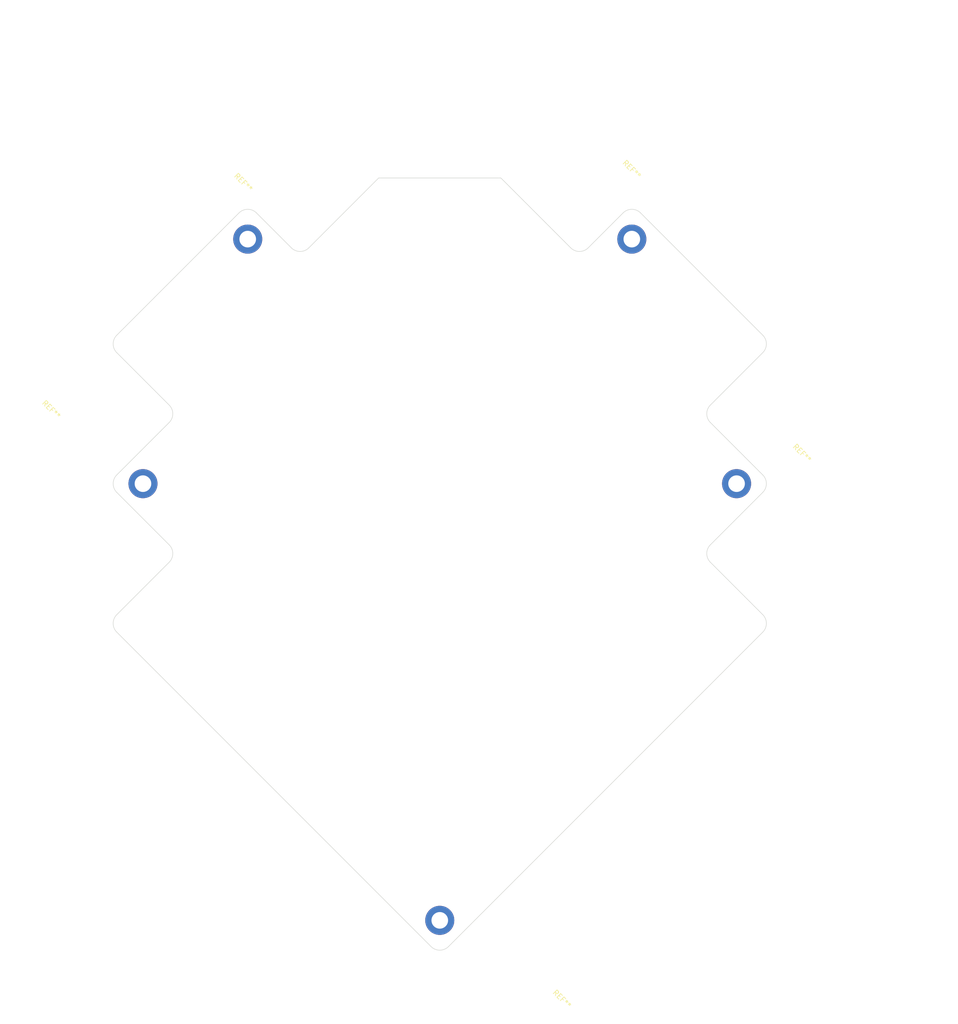
<source format=kicad_pcb>
(kicad_pcb (version 20211014) (generator pcbnew)
  (layers (0 "F.Cu" signal) (31 "B.Cu" signal) (34 "B.Paste" user) (35 "F.Paste" user) (36 "B.SilkS" user "B.Silkscreen") (37 "F.SilkS" user "F.Silkscreen") (38 "B.Mask" user) (39 "F.Mask" user) (44 "Edge.Cuts" user))
  (net 0 "")
  (footprint "Keebio-Parts:MX_Switch_Cutout" (layer "F.Cu") (at 166.229377 68.752919 45)
    (fp_text reference "REF**" hide)
    (fp_text value "MX_Switch_Cutout" hide)
    (pad "" np_thru_hole oval locked (at 7.14375 2.667 45) (size 1.3335 0.508) (drill oval 1.3335 0.508) (layers *.Cu *.Mask))
    (pad "" np_thru_hole oval locked (at -6.731 0 45) (size 0.508 5.842) (drill oval 0.508 5.842) (layers *.Cu *.Mask))
    (pad "" np_thru_hole oval locked (at -7.14375 -2.667 45) (size 1.3335 0.508) (drill oval 1.3335 0.508) (layers *.Cu *.Mask))
    (pad "" np_thru_hole oval locked (at 7.5565 -4.699 45) (size 0.508 4.572) (drill oval 0.508 4.572) (layers *.Cu *.Mask))
    (pad "" np_thru_hole oval locked (at 0 6.731 45) (size 15.5956 0.508) (drill oval 15.5956 0.508) (layers *.Cu *.Mask))
    (pad "" np_thru_hole oval locked (at 7.14375 -2.667 45) (size 1.3335 0.508) (drill oval 1.3335 0.508) (layers *.Cu *.Mask))
    (pad "" np_thru_hole oval locked (at -7.5565 -4.699 45) (size 0.508 4.572) (drill oval 0.508 4.572) (layers *.Cu *.Mask))
    (pad "" np_thru_hole oval locked (at -7.5565 4.699 45) (size 0.508 4.572) (drill oval 0.508 4.572) (layers *.Cu *.Mask))
    (pad "" np_thru_hole oval locked (at 0 -6.985 45) (size 5.08 1.27) (drill oval 5.08 1.27) (layers *.Cu *.Mask))
    (pad "" np_thru_hole oval locked (at 6.731 0 45) (size 0.508 5.842) (drill oval 0.508 5.842) (layers *.Cu *.Mask))
    (pad "" np_thru_hole oval locked (at 0 -6.731 45) (size 15.5956 0.508) (drill oval 15.5956 0.508) (layers *.Cu *.Mask))
    (pad "" np_thru_hole oval locked (at 0 6.985 45) (size 5.08 1.27) (drill oval 5.08 1.27) (layers *.Cu *.Mask))
    (pad "" np_thru_hole oval locked (at 7.5565 4.699 45) (size 0.508 4.572) (drill oval 0.508 4.572) (layers *.Cu *.Mask))
    (pad "" np_thru_hole oval locked (at -7.14375 2.667 45) (size 1.3335 0.508) (drill oval 1.3335 0.508) (layers *.Cu *.Mask))
  )
  (footprint "Keebio-Parts:MX_Stabilizer_Cutout" (layer "F.Cu") (at 157.810386 77.171829 45)
    (fp_text reference "REF**" hide)
    (fp_text value "MX-Alps_Switch_Cutout" hide)
    (pad "" np_thru_hole oval locked (at 0 6.4516 45) (size 6.6548 0.3048) (drill oval 6.6548 0.3048) (layers *.Cu *.Mask))
    (pad "" np_thru_hole oval locked (at 0 7.7724 45) (size 3.048 0.3048) (drill oval 3.048 0.3048) (layers *.Cu *.Mask))
    (pad "" np_thru_hole oval locked (at -4.0386 -0.889 45) (size 0.3048 2.794) (drill oval 0.3048 2.794) (layers *.Cu *.Mask))
    (pad "" np_thru_hole oval locked (at -3.175 0.4572 45) (size 0.3048 12.2936) (drill oval 0.3048 12.2936) (layers *.Cu *.Mask))
    (pad "" np_thru_hole oval locked (at 3.175 0.4572 45) (size 0.3048 12.2936) (drill oval 0.3048 12.2936) (layers *.Cu *.Mask))
    (pad "" np_thru_hole oval locked (at 0 -5.5372 45) (size 6.6548 0.3048) (drill oval 6.6548 0.3048) (layers *.Cu *.Mask))
    (pad "" np_thru_hole oval locked (at -3.6068 -2.1336 45) (size 1.1684 0.3048) (drill oval 1.1684 0.3048) (layers *.Cu *.Mask))
    (pad "" np_thru_hole oval locked (at -1.3716 7.112 45) (size 0.3048 1.4732) (drill oval 0.3048 1.4732) (layers *.Cu *.Mask))
    (pad "" np_thru_hole oval locked (at -3.6068 0.3556 45) (size 1.1684 0.3048) (drill oval 1.1684 0.3048) (layers *.Cu *.Mask))
    (pad "" np_thru_hole oval locked (at 1.3716 7.112 45) (size 0.3048 1.4732) (drill oval 0.3048 1.4732) (layers *.Cu *.Mask))
  )
  (footprint "MountingHole:MountingHole_3.2mm_M3_DIN965_Pad" (layer "F.Cu") (at 177.69202 35.6051 -45)
    (fp_text reference "REF**" (at -9.525 -9.525 135) (layer "F.SilkS"))
    (fp_text value "MountingHole_3.2mm_M3_DIN965_Pad")
    (pad "1" thru_hole circle (at 0 0 315) (size 5.6 5.6) (drill 3.2) (layers *.Cu *.Mask))
  )
  (footprint "MountingHole:MountingHole_3.2mm_M3_DIN965_Pad" (layer "F.Cu") (at 103.604907 35.6051 -45)
    (fp_text reference "REF**" (at -8.334375 -7.14375 135) (layer "F.SilkS"))
    (fp_text value "MountingHole_3.2mm_M3_DIN965_Pad")
    (pad "1" thru_hole circle (at 0 0 315) (size 5.6 5.6) (drill 3.2) (layers *.Cu *.Mask))
  )
  (footprint "Keebio-Parts:MX_Switch_Cutout" (layer "F.Cu") (at 115.715435 68.752839 -45)
    (fp_text reference "REF**" hide)
    (fp_text value "MX_Switch_Cutout" hide)
    (pad "" np_thru_hole oval locked (at 0 6.731 315) (size 15.5956 0.508) (drill oval 15.5956 0.508) (layers *.Cu *.Mask))
    (pad "" np_thru_hole oval locked (at -6.731 0 315) (size 0.508 5.842) (drill oval 0.508 5.842) (layers *.Cu *.Mask))
    (pad "" np_thru_hole oval locked (at -7.14375 -2.667 315) (size 1.3335 0.508) (drill oval 1.3335 0.508) (layers *.Cu *.Mask))
    (pad "" np_thru_hole oval locked (at 0 -6.985 315) (size 5.08 1.27) (drill oval 5.08 1.27) (layers *.Cu *.Mask))
    (pad "" np_thru_hole oval locked (at 7.5565 -4.699 315) (size 0.508 4.572) (drill oval 0.508 4.572) (layers *.Cu *.Mask))
    (pad "" np_thru_hole oval locked (at -7.5565 4.699 315) (size 0.508 4.572) (drill oval 0.508 4.572) (layers *.Cu *.Mask))
    (pad "" np_thru_hole oval locked (at 7.14375 -2.667 315) (size 1.3335 0.508) (drill oval 1.3335 0.508) (layers *.Cu *.Mask))
    (pad "" np_thru_hole oval locked (at 6.731 0 315) (size 0.508 5.842) (drill oval 0.508 5.842) (layers *.Cu *.Mask))
    (pad "" np_thru_hole oval locked (at -7.5565 -4.699 315) (size 0.508 4.572) (drill oval 0.508 4.572) (layers *.Cu *.Mask))
    (pad "" np_thru_hole oval locked (at -7.14375 2.667 315) (size 1.3335 0.508) (drill oval 1.3335 0.508) (layers *.Cu *.Mask))
    (pad "" np_thru_hole oval locked (at 0 -6.731 315) (size 15.5956 0.508) (drill oval 15.5956 0.508) (layers *.Cu *.Mask))
    (pad "" np_thru_hole oval locked (at 0 6.985 315) (size 5.08 1.27) (drill oval 5.08 1.27) (layers *.Cu *.Mask))
    (pad "" np_thru_hole oval locked (at 7.14375 2.667 315) (size 1.3335 0.508) (drill oval 1.3335 0.508) (layers *.Cu *.Mask))
    (pad "" np_thru_hole oval locked (at 7.5565 4.699 315) (size 0.508 4.572) (drill oval 0.508 4.572) (layers *.Cu *.Mask))
  )
  (footprint "Keebio-Parts:MX_Switch_Cutout" (layer "F.Cu") (at 166.229376 95.693607 45)
    (fp_text reference "REF**" hide)
    (fp_text value "MX_Switch_Cutout" hide)
    (pad "" np_thru_hole oval locked (at 7.14375 2.667 45) (size 1.3335 0.508) (drill oval 1.3335 0.508) (layers *.Cu *.Mask))
    (pad "" np_thru_hole oval locked (at -7.5565 4.699 45) (size 0.508 4.572) (drill oval 0.508 4.572) (layers *.Cu *.Mask))
    (pad "" np_thru_hole oval locked (at 0 -6.731 45) (size 15.5956 0.508) (drill oval 15.5956 0.508) (layers *.Cu *.Mask))
    (pad "" np_thru_hole oval locked (at 0 6.985 45) (size 5.08 1.27) (drill oval 5.08 1.27) (layers *.Cu *.Mask))
    (pad "" np_thru_hole oval locked (at 7.14375 -2.667 45) (size 1.3335 0.508) (drill oval 1.3335 0.508) (layers *.Cu *.Mask))
    (pad "" np_thru_hole oval locked (at -6.731 0 45) (size 0.508 5.842) (drill oval 0.508 5.842) (layers *.Cu *.Mask))
    (pad "" np_thru_hole oval locked (at 0 6.731 45) (size 15.5956 0.508) (drill oval 15.5956 0.508) (layers *.Cu *.Mask))
    (pad "" np_thru_hole oval locked (at -7.14375 2.667 45) (size 1.3335 0.508) (drill oval 1.3335 0.508) (layers *.Cu *.Mask))
    (pad "" np_thru_hole oval locked (at 7.5565 4.699 45) (size 0.508 4.572) (drill oval 0.508 4.572) (layers *.Cu *.Mask))
    (pad "" np_thru_hole oval locked (at 0 -6.985 45) (size 5.08 1.27) (drill oval 5.08 1.27) (layers *.Cu *.Mask))
    (pad "" np_thru_hole oval locked (at 6.731 0 45) (size 0.508 5.842) (drill oval 0.508 5.842) (layers *.Cu *.Mask))
    (pad "" np_thru_hole oval locked (at -7.5565 -4.699 45) (size 0.508 4.572) (drill oval 0.508 4.572) (layers *.Cu *.Mask))
    (pad "" np_thru_hole oval locked (at -7.14375 -2.667 45) (size 1.3335 0.508) (drill oval 1.3335 0.508) (layers *.Cu *.Mask))
    (pad "" np_thru_hole oval locked (at 7.5565 -4.699 45) (size 0.508 4.572) (drill oval 0.508 4.572) (layers *.Cu *.Mask))
  )
  (footprint "Keebio-Parts:MX_Switch_Cutout" (layer "F.Cu") (at 140.972366 147.891386 -45)
    (fp_text reference "REF**" hide)
    (fp_text value "MX_Switch_Cutout" hide)
    (pad "" np_thru_hole oval locked (at -6.731 0 315) (size 0.508 5.842) (drill oval 0.508 5.842) (layers *.Cu *.Mask))
    (pad "" np_thru_hole oval locked (at 7.5565 -4.699 315) (size 0.508 4.572) (drill oval 0.508 4.572) (layers *.Cu *.Mask))
    (pad "" np_thru_hole oval locked (at 0 6.985 315) (size 5.08 1.27) (drill oval 5.08 1.27) (layers *.Cu *.Mask))
    (pad "" np_thru_hole oval locked (at 7.5565 4.699 315) (size 0.508 4.572) (drill oval 0.508 4.572) (layers *.Cu *.Mask))
    (pad "" np_thru_hole oval locked (at -7.14375 -2.667 315) (size 1.3335 0.508) (drill oval 1.3335 0.508) (layers *.Cu *.Mask))
    (pad "" np_thru_hole oval locked (at -7.5565 4.699 315) (size 0.508 4.572) (drill oval 0.508 4.572) (layers *.Cu *.Mask))
    (pad "" np_thru_hole oval locked (at 0 -6.731 315) (size 15.5956 0.508) (drill oval 15.5956 0.508) (layers *.Cu *.Mask))
    (pad "" np_thru_hole oval locked (at 0 6.731 315) (size 15.5956 0.508) (drill oval 15.5956 0.508) (layers *.Cu *.Mask))
    (pad "" np_thru_hole oval locked (at 0 -6.985 315) (size 5.08 1.27) (drill oval 5.08 1.27) (layers *.Cu *.Mask))
    (pad "" np_thru_hole oval locked (at 7.14375 -2.667 315) (size 1.3335 0.508) (drill oval 1.3335 0.508) (layers *.Cu *.Mask))
    (pad "" np_thru_hole oval locked (at -7.5565 -4.699 315) (size 0.508 4.572) (drill oval 0.508 4.572) (layers *.Cu *.Mask))
    (pad "" np_thru_hole oval locked (at 6.731 0 315) (size 0.508 5.842) (drill oval 0.508 5.842) (layers *.Cu *.Mask))
    (pad "" np_thru_hole oval locked (at 7.14375 2.667 315) (size 1.3335 0.508) (drill oval 1.3335 0.508) (layers *.Cu *.Mask))
    (pad "" np_thru_hole oval locked (at -7.14375 2.667 315) (size 1.3335 0.508) (drill oval 1.3335 0.508) (layers *.Cu *.Mask))
  )
  (footprint "Keebio-Parts:MX_Switch_Cutout" (layer "F.Cu") (at 140.972366 94.009849 -45)
    (fp_text reference "REF**" hide)
    (fp_text value "MX_Switch_Cutout" hide)
    (pad "" np_thru_hole oval locked (at -7.5565 4.699 315) (size 0.508 4.572) (drill oval 0.508 4.572) (layers *.Cu *.Mask))
    (pad "" np_thru_hole oval locked (at 7.5565 -4.699 315) (size 0.508 4.572) (drill oval 0.508 4.572) (layers *.Cu *.Mask))
    (pad "" np_thru_hole oval locked (at 0 -6.731 315) (size 15.5956 0.508) (drill oval 15.5956 0.508) (layers *.Cu *.Mask))
    (pad "" np_thru_hole oval locked (at -6.731 0 315) (size 0.508 5.842) (drill oval 0.508 5.842) (layers *.Cu *.Mask))
    (pad "" np_thru_hole oval locked (at 0 -6.985 315) (size 5.08 1.27) (drill oval 5.08 1.27) (layers *.Cu *.Mask))
    (pad "" np_thru_hole oval locked (at -7.14375 -2.667 315) (size 1.3335 0.508) (drill oval 1.3335 0.508) (layers *.Cu *.Mask))
    (pad "" np_thru_hole oval locked (at 0 6.985 315) (size 5.08 1.27) (drill oval 5.08 1.27) (layers *.Cu *.Mask))
    (pad "" np_thru_hole oval locked (at -7.14375 2.667 315) (size 1.3335 0.508) (drill oval 1.3335 0.508) (layers *.Cu *.Mask))
    (pad "" np_thru_hole oval locked (at 7.5565 4.699 315) (size 0.508 4.572) (drill oval 0.508 4.572) (layers *.Cu *.Mask))
    (pad "" np_thru_hole oval locked (at 6.731 0 315) (size 0.508 5.842) (drill oval 0.508 5.842) (layers *.Cu *.Mask))
    (pad "" np_thru_hole oval locked (at 0 6.731 315) (size 15.5956 0.508) (drill oval 15.5956 0.508) (layers *.Cu *.Mask))
    (pad "" np_thru_hole oval locked (at 7.14375 2.667 315) (size 1.3335 0.508) (drill oval 1.3335 0.508) (layers *.Cu *.Mask))
    (pad "" np_thru_hole oval locked (at 7.14375 -2.667 315) (size 1.3335 0.508) (drill oval 1.3335 0.508) (layers *.Cu *.Mask))
    (pad "" np_thru_hole oval locked (at -7.5565 -4.699 315) (size 0.508 4.572) (drill oval 0.508 4.572) (layers *.Cu *.Mask))
  )
  (footprint "Keebio-Parts:MX_Switch_Cutout" (layer "F.Cu") (at 166.229336 122.634415 45)
    (fp_text reference "REF**" hide)
    (fp_text value "MX_Switch_Cutout" hide)
    (pad "" np_thru_hole oval locked (at 6.731 0 45) (size 0.508 5.842) (drill oval 0.508 5.842) (layers *.Cu *.Mask))
    (pad "" np_thru_hole oval locked (at -7.14375 2.667 45) (size 1.3335 0.508) (drill oval 1.3335 0.508) (layers *.Cu *.Mask))
    (pad "" np_thru_hole oval locked (at 7.5565 4.699 45) (size 0.508 4.572) (drill oval 0.508 4.572) (layers *.Cu *.Mask))
    (pad "" np_thru_hole oval locked (at 0 6.985 45) (size 5.08 1.27) (drill oval 5.08 1.27) (layers *.Cu *.Mask))
    (pad "" np_thru_hole oval locked (at -7.5565 4.699 45) (size 0.508 4.572) (drill oval 0.508 4.572) (layers *.Cu *.Mask))
    (pad "" np_thru_hole oval locked (at -6.731 0 45) (size 0.508 5.842) (drill oval 0.508 5.842) (layers *.Cu *.Mask))
    (pad "" np_thru_hole oval locked (at 0 6.731 45) (size 15.5956 0.508) (drill oval 15.5956 0.508) (layers *.Cu *.Mask))
    (pad "" np_thru_hole oval locked (at 7.14375 -2.667 45) (size 1.3335 0.508) (drill oval 1.3335 0.508) (layers *.Cu *.Mask))
    (pad "" np_thru_hole oval locked (at 0 -6.985 45) (size 5.08 1.27) (drill oval 5.08 1.27) (layers *.Cu *.Mask))
    (pad "" np_thru_hole oval locked (at -7.5565 -4.699 45) (size 0.508 4.572) (drill oval 0.508 4.572) (layers *.Cu *.Mask))
    (pad "" np_thru_hole oval locked (at -7.14375 -2.667 45) (size 1.3335 0.508) (drill oval 1.3335 0.508) (layers *.Cu *.Mask))
    (pad "" np_thru_hole oval locked (at 0 -6.731 45) (size 15.5956 0.508) (drill oval 15.5956 0.508) (layers *.Cu *.Mask))
    (pad "" np_thru_hole oval locked (at 7.14375 2.667 45) (size 1.3335 0.508) (drill oval 1.3335 0.508) (layers *.Cu *.Mask))
    (pad "" np_thru_hole oval locked (at 7.5565 -4.699 45) (size 0.508 4.572) (drill oval 0.508 4.572) (layers *.Cu *.Mask))
  )
  (footprint "Keebio-Parts:MX_Switch_Cutout" (layer "F.Cu") (at 115.715354 122.634456 -45)
    (fp_text reference "REF**" hide)
    (fp_text value "MX_Switch_Cutout" hide)
    (pad "" np_thru_hole oval locked (at -6.731 0 315) (size 0.508 5.842) (drill oval 0.508 5.842) (layers *.Cu *.Mask))
    (pad "" np_thru_hole oval locked (at 7.14375 -2.667 315) (size 1.3335 0.508) (drill oval 1.3335 0.508) (layers *.Cu *.Mask))
    (pad "" np_thru_hole oval locked (at 6.731 0 315) (size 0.508 5.842) (drill oval 0.508 5.842) (layers *.Cu *.Mask))
    (pad "" np_thru_hole oval locked (at 7.14375 2.667 315) (size 1.3335 0.508) (drill oval 1.3335 0.508) (layers *.Cu *.Mask))
    (pad "" np_thru_hole oval locked (at 7.5565 4.699 315) (size 0.508 4.572) (drill oval 0.508 4.572) (layers *.Cu *.Mask))
    (pad "" np_thru_hole oval locked (at 7.5565 -4.699 315) (size 0.508 4.572) (drill oval 0.508 4.572) (layers *.Cu *.Mask))
    (pad "" np_thru_hole oval locked (at -7.5565 4.699 315) (size 0.508 4.572) (drill oval 0.508 4.572) (layers *.Cu *.Mask))
    (pad "" np_thru_hole oval locked (at 0 6.731 315) (size 15.5956 0.508) (drill oval 15.5956 0.508) (layers *.Cu *.Mask))
    (pad "" np_thru_hole oval locked (at 0 6.985 315) (size 5.08 1.27) (drill oval 5.08 1.27) (layers *.Cu *.Mask))
    (pad "" np_thru_hole oval locked (at 0 -6.985 315) (size 5.08 1.27) (drill oval 5.08 1.27) (layers *.Cu *.Mask))
    (pad "" np_thru_hole oval locked (at -7.5565 -4.699 315) (size 0.508 4.572) (drill oval 0.508 4.572) (layers *.Cu *.Mask))
    (pad "" np_thru_hole oval locked (at 0 -6.731 315) (size 15.5956 0.508) (drill oval 15.5956 0.508) (layers *.Cu *.Mask))
    (pad "" np_thru_hole oval locked (at -7.14375 -2.667 315) (size 1.3335 0.508) (drill oval 1.3335 0.508) (layers *.Cu *.Mask))
    (pad "" np_thru_hole oval locked (at -7.14375 2.667 315) (size 1.3335 0.508) (drill oval 1.3335 0.508) (layers *.Cu *.Mask))
  )
  (footprint "MountingHole:MountingHole_3.2mm_M3_DIN965_Pad" (layer "F.Cu") (at 140.648463 166.941345 -45)
    (fp_text reference "REF**" (at 27.384375 -5.953125 135) (layer "F.SilkS"))
    (fp_text value "MountingHole_3.2mm_M3_DIN965_Pad")
    (pad "1" thru_hole circle (at 0 0 315) (size 5.6 5.6) (drill 3.2) (layers *.Cu *.Mask))
  )
  (footprint "Keebio-Parts:MX_Stabilizer_Cutout" (layer "F.Cu") (at 157.810386 104.112597 45)
    (fp_text reference "REF**" hide)
    (fp_text value "MX-Alps_Switch_Cutout" hide)
    (pad "" np_thru_hole oval locked (at -3.175 0.4572 45) (size 0.3048 12.2936) (drill oval 0.3048 12.2936) (layers *.Cu *.Mask))
    (pad "" np_thru_hole oval locked (at 0 6.4516 45) (size 6.6548 0.3048) (drill oval 6.6548 0.3048) (layers *.Cu *.Mask))
    (pad "" np_thru_hole oval locked (at -3.6068 -2.1336 45) (size 1.1684 0.3048) (drill oval 1.1684 0.3048) (layers *.Cu *.Mask))
    (pad "" np_thru_hole oval locked (at -3.6068 0.3556 45) (size 1.1684 0.3048) (drill oval 1.1684 0.3048) (layers *.Cu *.Mask))
    (pad "" np_thru_hole oval locked (at -1.3716 7.112 45) (size 0.3048 1.4732) (drill oval 0.3048 1.4732) (layers *.Cu *.Mask))
    (pad "" np_thru_hole oval locked (at -4.0386 -0.889 45) (size 0.3048 2.794) (drill oval 0.3048 2.794) (layers *.Cu *.Mask))
    (pad "" np_thru_hole oval locked (at 3.175 0.4572 45) (size 0.3048 12.2936) (drill oval 0.3048 12.2936) (layers *.Cu *.Mask))
    (pad "" np_thru_hole oval locked (at 0 7.7724 45) (size 3.048 0.3048) (drill oval 3.048 0.3048) (layers *.Cu *.Mask))
    (pad "" np_thru_hole oval locked (at 1.3716 7.112 45) (size 0.3048 1.4732) (drill oval 0.3048 1.4732) (layers *.Cu *.Mask))
    (pad "" np_thru_hole oval locked (at 0 -5.5372 45) (size 6.6548 0.3048) (drill oval 6.6548 0.3048) (layers *.Cu *.Mask))
  )
  (footprint "MountingHole:MountingHole_3.2mm_M3_DIN965_Pad" (layer "F.Cu") (at 83.399331 82.751444 -45)
    (fp_text reference "REF**" (at -22.621875 2.38125 135) (layer "F.SilkS"))
    (fp_text value "MountingHole_3.2mm_M3_DIN965_Pad")
    (pad "1" thru_hole circle (at 0 0 315) (size 5.6 5.6) (drill 3.2) (layers *.Cu *.Mask))
  )
  (footprint "Keebio-Parts:MX_Stabilizer_Cutout" (layer "F.Cu") (at 107.296445 87.274617 -45)
    (fp_text reference "REF**" hide)
    (fp_text value "MX-Alps_Switch_Cutout" hide)
    (pad "" np_thru_hole oval locked (at 0 -5.5372 315) (size 6.6548 0.3048) (drill oval 6.6548 0.3048) (layers *.Cu *.Mask))
    (pad "" np_thru_hole oval locked (at -4.0386 -0.889 315) (size 0.3048 2.794) (drill oval 0.3048 2.794) (layers *.Cu *.Mask))
    (pad "" np_thru_hole oval locked (at -3.175 0.4572 315) (size 0.3048 12.2936) (drill oval 0.3048 12.2936) (layers *.Cu *.Mask))
    (pad "" np_thru_hole oval locked (at -1.3716 7.112 315) (size 0.3048 1.4732) (drill oval 0.3048 1.4732) (layers *.Cu *.Mask))
    (pad "" np_thru_hole oval locked (at -3.6068 -2.1336 315) (size 1.1684 0.3048) (drill oval 1.1684 0.3048) (layers *.Cu *.Mask))
    (pad "" np_thru_hole oval locked (at 3.175 0.4572 315) (size 0.3048 12.2936) (drill oval 0.3048 12.2936) (layers *.Cu *.Mask))
    (pad "" np_thru_hole oval locked (at 0 6.4516 315) (size 6.6548 0.3048) (drill oval 6.6548 0.3048) (layers *.Cu *.Mask))
    (pad "" np_thru_hole oval locked (at -3.6068 0.3556 315) (size 1.1684 0.3048) (drill oval 1.1684 0.3048) (layers *.Cu *.Mask))
    (pad "" np_thru_hole oval locked (at 1.3716 7.112 315) (size 0.3048 1.4732) (drill oval 0.3048 1.4732) (layers *.Cu *.Mask))
    (pad "" np_thru_hole oval locked (at 0 7.7724 315) (size 3.048 0.3048) (drill oval 3.048 0.3048) (layers *.Cu *.Mask))
  )
  (footprint "Keebio-Parts:MX_Switch_Cutout" (layer "F.Cu") (at 140.972366 120.950617 -135)
    (fp_text reference "REF**" hide)
    (fp_text value "MX_Switch_Cutout" hide)
    (pad "" np_thru_hole oval locked (at -6.731 0 225) (size 0.508 5.842) (drill oval 0.508 5.842) (layers *.Cu *.Mask))
    (pad "" np_thru_hole oval locked (at -7.14375 2.667 225) (size 1.3335 0.508) (drill oval 1.3335 0.508) (layers *.Cu *.Mask))
    (pad "" np_thru_hole oval locked (at -7.5565 -4.699 225) (size 0.508 4.572) (drill oval 0.508 4.572) (layers *.Cu *.Mask))
    (pad "" np_thru_hole oval locked (at 0 6.985 225) (size 5.08 1.27) (drill oval 5.08 1.27) (layers *.Cu *.Mask))
    (pad "" np_thru_hole oval locked (at 7.14375 -2.667 225) (size 1.3335 0.508) (drill oval 1.3335 0.508) (layers *.Cu *.Mask))
    (pad "" np_thru_hole oval locked (at 0 6.731 225) (size 15.5956 0.508) (drill oval 15.5956 0.508) (layers *.Cu *.Mask))
    (pad "" np_thru_hole oval locked (at 6.731 0 225) (size 0.508 5.842) (drill oval 0.508 5.842) (layers *.Cu *.Mask))
    (pad "" np_thru_hole oval locked (at 0 -6.985 225) (size 5.08 1.27) (drill oval 5.08 1.27) (layers *.Cu *.Mask))
    (pad "" np_thru_hole oval locked (at 0 -6.731 225) (size 15.5956 0.508) (drill oval 15.5956 0.508) (layers *.Cu *.Mask))
    (pad "" np_thru_hole oval locked (at -7.5565 4.699 225) (size 0.508 4.572) (drill oval 0.508 4.572) (layers *.Cu *.Mask))
    (pad "" np_thru_hole oval locked (at 7.14375 2.667 225) (size 1.3335 0.508) (drill oval 1.3335 0.508) (layers *.Cu *.Mask))
    (pad "" np_thru_hole oval locked (at 7.5565 -4.699 225) (size 0.508 4.572) (drill oval 0.508 4.572) (layers *.Cu *.Mask))
    (pad "" np_thru_hole oval locked (at -7.14375 -2.667 225) (size 1.3335 0.508) (drill oval 1.3335 0.508) (layers *.Cu *.Mask))
    (pad "" np_thru_hole oval locked (at 7.5565 4.699 225) (size 0.508 4.572) (drill oval 0.508 4.572) (layers *.Cu *.Mask))
  )
  (footprint "Keebio-Parts:MX_Stabilizer_Cutout" (layer "F.Cu") (at 107.296445 114.215385 -45)
    (fp_text reference "REF**" hide)
    (fp_text value "MX-Alps_Switch_Cutout" hide)
    (pad "" np_thru_hole oval locked (at -1.3716 7.112 315) (size 0.3048 1.4732) (drill oval 0.3048 1.4732) (layers *.Cu *.Mask))
    (pad "" np_thru_hole oval locked (at -3.175 0.4572 315) (size 0.3048 12.2936) (drill oval 0.3048 12.2936) (layers *.Cu *.Mask))
    (pad "" np_thru_hole oval locked (at -3.6068 0.3556 315) (size 1.1684 0.3048) (drill oval 1.1684 0.3048) (layers *.Cu *.Mask))
    (pad "" np_thru_hole oval locked (at -4.0386 -0.889 315) (size 0.3048 2.794) (drill oval 0.3048 2.794) (layers *.Cu *.Mask))
    (pad "" np_thru_hole oval locked (at 0 -5.5372 315) (size 6.6548 0.3048) (drill oval 6.6548 0.3048) (layers *.Cu *.Mask))
    (pad "" np_thru_hole oval locked (at 3.175 0.4572 315) (size 0.3048 12.2936) (drill oval 0.3048 12.2936) (layers *.Cu *.Mask))
    (pad "" np_thru_hole oval locked (at 1.3716 7.112 315) (size 0.3048 1.4732) (drill oval 0.3048 1.4732) (layers *.Cu *.Mask))
    (pad "" np_thru_hole oval locked (at 0 6.4516 315) (size 6.6548 0.3048) (drill oval 6.6548 0.3048) (layers *.Cu *.Mask))
    (pad "" np_thru_hole oval locked (at -3.6068 -2.1336 315) (size 1.1684 0.3048) (drill oval 1.1684 0.3048) (layers *.Cu *.Mask))
    (pad "" np_thru_hole oval locked (at 0 7.7724 315) (size 3.048 0.3048) (drill oval 3.048 0.3048) (layers *.Cu *.Mask))
  )
  (footprint "Keebio-Parts:MX_Stabilizer_Cutout" (layer "F.Cu") (at 107.296445 60.333849 -45)
    (fp_text reference "REF**" hide)
    (fp_text value "MX-Alps_Switch_Cutout" hide)
    (pad "" np_thru_hole oval locked (at -3.6068 -2.1336 315) (size 1.1684 0.3048) (drill oval 1.1684 0.3048) (layers *.Cu *.Mask))
    (pad "" np_thru_hole oval locked (at -3.6068 0.3556 315) (size 1.1684 0.3048) (drill oval 1.1684 0.3048) (layers *.Cu *.Mask))
    (pad "" np_thru_hole oval locked (at -3.175 0.4572 315) (size 0.3048 12.2936) (drill oval 0.3048 12.2936) (layers *.Cu *.Mask))
    (pad "" np_thru_hole oval locked (at -4.0386 -0.889 315) (size 0.3048 2.794) (drill oval 0.3048 2.794) (layers *.Cu *.Mask))
    (pad "" np_thru_hole oval locked (at 3.175 0.4572 315) (size 0.3048 12.2936) (drill oval 0.3048 12.2936) (layers *.Cu *.Mask))
    (pad "" np_thru_hole oval locked (at 0 6.4516 315) (size 6.6548 0.3048) (drill oval 6.6548 0.3048) (layers *.Cu *.Mask))
    (pad "" np_thru_hole oval locked (at 1.3716 7.112 315) (size 0.3048 1.4732) (drill oval 0.3048 1.4732) (layers *.Cu *.Mask))
    (pad "" np_thru_hole oval locked (at -1.3716 7.112 315) (size 0.3048 1.4732) (drill oval 0.3048 1.4732) (layers *.Cu *.Mask))
    (pad "" np_thru_hole oval locked (at 0 -5.5372 315) (size 6.6548 0.3048) (drill oval 6.6548 0.3048) (layers *.Cu *.Mask))
    (pad "" np_thru_hole oval locked (at 0 7.7724 315) (size 3.048 0.3048) (drill oval 3.048 0.3048) (layers *.Cu *.Mask))
  )
  (footprint "Keebio-Parts:MX_Switch_Cutout" (layer "F.Cu") (at 115.715354 95.693688 -45)
    (fp_text reference "REF**" hide)
    (fp_text value "MX_Switch_Cutout" hide)
    (pad "" np_thru_hole oval locked (at 0 6.985 315) (size 5.08 1.27) (drill oval 5.08 1.27) (layers *.Cu *.Mask))
    (pad "" np_thru_hole oval locked (at -7.5565 -4.699 315) (size 0.508 4.572) (drill oval 0.508 4.572) (layers *.Cu *.Mask))
    (pad "" np_thru_hole oval locked (at -7.5565 4.699 315) (size 0.508 4.572) (drill oval 0.508 4.572) (layers *.Cu *.Mask))
    (pad "" np_thru_hole oval locked (at 7.5565 -4.699 315) (size 0.508 4.572) (drill oval 0.508 4.572) (layers *.Cu *.Mask))
    (pad "" np_thru_hole oval locked (at -6.731 0 315) (size 0.508 5.842) (drill oval 0.508 5.842) (layers *.Cu *.Mask))
    (pad "" np_thru_hole oval locked (at -7.14375 2.667 315) (size 1.3335 0.508) (drill oval 1.3335 0.508) (layers *.Cu *.Mask))
    (pad "" np_thru_hole oval locked (at 0 -6.731 315) (size 15.5956 0.508) (drill oval 15.5956 0.508) (layers *.Cu *.Mask))
    (pad "" np_thru_hole oval locked (at 7.14375 -2.667 315) (size 1.3335 0.508) (drill oval 1.3335 0.508) (layers *.Cu *.Mask))
    (pad "" np_thru_hole oval locked (at 0 6.731 315) (size 15.5956 0.508) (drill oval 15.5956 0.508) (layers *.Cu *.Mask))
    (pad "" np_thru_hole oval locked (at 0 -6.985 315) (size 5.08 1.27) (drill oval 5.08 1.27) (layers *.Cu *.Mask))
    (pad "" np_thru_hole oval locked (at 6.731 0 315) (size 0.508 5.842) (drill oval 0.508 5.842) (layers *.Cu *.Mask))
    (pad "" np_thru_hole oval locked (at 7.5565 4.699 315) (size 0.508 4.572) (drill oval 0.508 4.572) (layers *.Cu *.Mask))
    (pad "" np_thru_hole oval locked (at -7.14375 -2.667 315) (size 1.3335 0.508) (drill oval 1.3335 0.508) (layers *.Cu *.Mask))
    (pad "" np_thru_hole oval locked (at 7.14375 2.667 315) (size 1.3335 0.508) (drill oval 1.3335 0.508) (layers *.Cu *.Mask))
  )
  (footprint "Keebio-Parts:MX_Switch_Cutout" (layer "F.Cu") (at 140.972366 67.06908 45)
    (fp_text reference "REF**" hide)
    (fp_text value "MX_Switch_Cutout" hide)
    (pad "" np_thru_hole oval locked (at 7.14375 2.667 45) (size 1.3335 0.508) (drill oval 1.3335 0.508) (layers *.Cu *.Mask))
    (pad "" np_thru_hole oval locked (at 7.5565 4.699 45) (size 0.508 4.572) (drill oval 0.508 4.572) (layers *.Cu *.Mask))
    (pad "" np_thru_hole oval locked (at -7.14375 2.667 45) (size 1.3335 0.508) (drill oval 1.3335 0.508) (layers *.Cu *.Mask))
    (pad "" np_thru_hole oval locked (at 0 6.985 45) (size 5.08 1.27) (drill oval 5.08 1.27) (layers *.Cu *.Mask))
    (pad "" np_thru_hole oval locked (at 7.5565 -4.699 45) (size 0.508 4.572) (drill oval 0.508 4.572) (layers *.Cu *.Mask))
    (pad "" np_thru_hole oval locked (at 7.14375 -2.667 45) (size 1.3335 0.508) (drill oval 1.3335 0.508) (layers *.Cu *.Mask))
    (pad "" np_thru_hole oval locked (at 0 -6.985 45) (size 5.08 1.27) (drill oval 5.08 1.27) (layers *.Cu *.Mask))
    (pad "" np_thru_hole oval locked (at 6.731 0 45) (size 0.508 5.842) (drill oval 0.508 5.842) (layers *.Cu *.Mask))
    (pad "" np_thru_hole oval locked (at -6.731 0 45) (size 0.508 5.842) (drill oval 0.508 5.842) (layers *.Cu *.Mask))
    (pad "" np_thru_hole oval locked (at 0 -6.731 45) (size 15.5956 0.508) (drill oval 15.5956 0.508) (layers *.Cu *.Mask))
    (pad "" np_thru_hole oval locked (at 0 6.731 45) (size 15.5956 0.508) (drill oval 15.5956 0.508) (layers *.Cu *.Mask))
    (pad "" np_thru_hole oval locked (at -7.14375 -2.667 45) (size 1.3335 0.508) (drill oval 1.3335 0.508) (layers *.Cu *.Mask))
    (pad "" np_thru_hole oval locked (at -7.5565 4.699 45) (size 0.508 4.572) (drill oval 0.508 4.572) (layers *.Cu *.Mask))
    (pad "" np_thru_hole oval locked (at -7.5565 -4.699 45) (size 0.508 4.572) (drill oval 0.508 4.572) (layers *.Cu *.Mask))
  )
  (footprint "MountingHole:MountingHole_3.2mm_M3_DIN965_Pad" (layer "F.Cu") (at 197.897596 82.751444 -45)
    (fp_text reference "REF**" (at 4.7625 -13.096875 135) (layer "F.SilkS"))
    (fp_text value "MountingHole_3.2mm_M3_DIN965_Pad")
    (pad "1" thru_hole circle (at 0 0 315) (size 5.6 5.6) (drill 3.2) (layers *.Cu *.Mask))
  )
  (footprint "Keebio-Parts:MX_Stabilizer_Cutout" (layer "F.Cu") (at 157.810386 131.053366 45)
    (fp_text reference "REF**" hide)
    (fp_text value "MX-Alps_Switch_Cutout" hide)
    (pad "" np_thru_hole oval locked (at -1.3716 7.112 45) (size 0.3048 1.4732) (drill oval 0.3048 1.4732) (layers *.Cu *.Mask))
    (pad "" np_thru_hole oval locked (at 0 7.7724 45) (size 3.048 0.3048) (drill oval 3.048 0.3048) (layers *.Cu *.Mask))
    (pad "" np_thru_hole oval locked (at 0 6.4516 45) (size 6.6548 0.3048) (drill oval 6.6548 0.3048) (layers *.Cu *.Mask))
    (pad "" np_thru_hole oval locked (at -3.6068 -2.1336 45) (size 1.1684 0.3048) (drill oval 1.1684 0.3048) (layers *.Cu *.Mask))
    (pad "" np_thru_hole oval locked (at 1.3716 7.112 45) (size 0.3048 1.4732) (drill oval 0.3048 1.4732) (layers *.Cu *.Mask))
    (pad "" np_thru_hole oval locked (at -4.0386 -0.889 45) (size 0.3048 2.794) (drill oval 0.3048 2.794) (layers *.Cu *.Mask))
    (pad "" np_thru_hole oval locked (at -3.6068 0.3556 45) (size 1.1684 0.3048) (drill oval 1.1684 0.3048) (layers *.Cu *.Mask))
    (pad "" np_thru_hole oval locked (at 3.175 0.4572 45) (size 0.3048 12.2936) (drill oval 0.3048 12.2936) (layers *.Cu *.Mask))
    (pad "" np_thru_hole oval locked (at -3.175 0.4572 45) (size 0.3048 12.2936) (drill oval 0.3048 12.2936) (layers *.Cu *.Mask))
    (pad "" np_thru_hole oval locked (at 0 -5.5372 45) (size 6.6548 0.3048) (drill oval 6.6548 0.3048) (layers *.Cu *.Mask))
  )
  (footprint "Keebio-Parts:MX_Stabilizer_Cutout" (layer "B.Cu") (at 174.648366 87.274617 -135)
    (fp_text reference "REF**" hide)
    (fp_text value "MX-Alps_Switch_Cutout" hide)
    (pad "" np_thru_hole oval locked (at -1.3716 -7.112 225) (size 0.3048 1.4732) (drill oval 0.3048 1.4732) (layers *.Cu *.Mask))
    (pad "" np_thru_hole oval locked (at -4.0386 0.889 225) (size 0.3048 2.794) (drill oval 0.3048 2.794) (layers *.Cu *.Mask))
    (pad "" np_thru_hole oval locked (at 0 -7.7724 225) (size 3.048 0.3048) (drill oval 3.048 0.3048) (layers *.Cu *.Mask))
    (pad "" np_thru_hole oval locked (at 0 -6.4516 225) (size 6.6548 0.3048) (drill oval 6.6548 0.3048) (layers *.Cu *.Mask))
    (pad "" np_thru_hole oval locked (at 3.175 -0.4572 225) (size 0.3048 12.2936) (drill oval 0.3048 12.2936) (layers *.Cu *.Mask))
    (pad "" np_thru_hole oval locked (at 1.3716 -7.112 225) (size 0.3048 1.4732) (drill oval 0.3048 1.4732) (layers *.Cu *.Mask))
    (pad "" np_thru_hole oval locked (at -3.6068 -0.3556 225) (size 1.1684 0.3048) (drill oval 1.1684 0.3048) (layers *.Cu *.Mask))
    (pad "" np_thru_hole oval locked (at 0 5.5372 225) (size 6.6548 0.3048) (drill oval 6.6548 0.3048) (layers *.Cu *.Mask))
    (pad "" np_thru_hole oval locked (at -3.6068 2.1336 225) (size 1.1684 0.3048) (drill oval 1.1684 0.3048) (layers *.Cu *.Mask))
    (pad "" np_thru_hole oval locked (at -3.175 -0.4572 225) (size 0.3048 12.2936) (drill oval 0.3048 12.2936) (layers *.Cu *.Mask))
  )
  (footprint "Keebio-Parts:MX_Stabilizer_Cutout" (layer "B.Cu") (at 124.134425 131.053366 135)
    (fp_text reference "REF**" hide)
    (fp_text value "MX-Alps_Switch_Cutout" hide)
    (pad "" np_thru_hole oval locked (at -4.0386 0.889 135) (size 0.3048 2.794) (drill oval 0.3048 2.794) (layers *.Cu *.Mask))
    (pad "" np_thru_hole oval locked (at 1.3716 -7.112 135) (size 0.3048 1.4732) (drill oval 0.3048 1.4732) (layers *.Cu *.Mask))
    (pad "" np_thru_hole oval locked (at 0 -7.7724 135) (size 3.048 0.3048) (drill oval 3.048 0.3048) (layers *.Cu *.Mask))
    (pad "" np_thru_hole oval locked (at 3.175 -0.4572 135) (size 0.3048 12.2936) (drill oval 0.3048 12.2936) (layers *.Cu *.Mask))
    (pad "" np_thru_hole oval locked (at -1.3716 -7.112 135) (size 0.3048 1.4732) (drill oval 0.3048 1.4732) (layers *.Cu *.Mask))
    (pad "" np_thru_hole oval locked (at -3.6068 2.1336 135) (size 1.1684 0.3048) (drill oval 1.1684 0.3048) (layers *.Cu *.Mask))
    (pad "" np_thru_hole oval locked (at -3.6068 -0.3556 135) (size 1.1684 0.3048) (drill oval 1.1684 0.3048) (layers *.Cu *.Mask))
    (pad "" np_thru_hole oval locked (at 0 -6.4516 135) (size 6.6548 0.3048) (drill oval 6.6548 0.3048) (layers *.Cu *.Mask))
    (pad "" np_thru_hole oval locked (at 0 5.5372 135) (size 6.6548 0.3048) (drill oval 6.6548 0.3048) (layers *.Cu *.Mask))
    (pad "" np_thru_hole oval locked (at -3.175 -0.4572 135) (size 0.3048 12.2936) (drill oval 0.3048 12.2936) (layers *.Cu *.Mask))
  )
  (footprint "Keebio-Parts:MX_Stabilizer_Cutout" (layer "B.Cu") (at 124.134425 77.171829 135)
    (fp_text reference "REF**" hide)
    (fp_text value "MX-Alps_Switch_Cutout" hide)
    (pad "" np_thru_hole oval locked (at 0 -7.7724 135) (size 3.048 0.3048) (drill oval 3.048 0.3048) (layers *.Cu *.Mask))
    (pad "" np_thru_hole oval locked (at 3.175 -0.4572 135) (size 0.3048 12.2936) (drill oval 0.3048 12.2936) (layers *.Cu *.Mask))
    (pad "" np_thru_hole oval locked (at -3.175 -0.4572 135) (size 0.3048 12.2936) (drill oval 0.3048 12.2936) (layers *.Cu *.Mask))
    (pad "" np_thru_hole oval locked (at 1.3716 -7.112 135) (size 0.3048 1.4732) (drill oval 0.3048 1.4732) (layers *.Cu *.Mask))
    (pad "" np_thru_hole oval locked (at -3.6068 2.1336 135) (size 1.1684 0.3048) (drill oval 1.1684 0.3048) (layers *.Cu *.Mask))
    (pad "" np_thru_hole oval locked (at -3.6068 -0.3556 135) (size 1.1684 0.3048) (drill oval 1.1684 0.3048) (layers *.Cu *.Mask))
    (pad "" np_thru_hole oval locked (at 0 -6.4516 135) (size 6.6548 0.3048) (drill oval 6.6548 0.3048) (layers *.Cu *.Mask))
    (pad "" np_thru_hole oval locked (at 0 5.5372 135) (size 6.6548 0.3048) (drill oval 6.6548 0.3048) (layers *.Cu *.Mask))
    (pad "" np_thru_hole oval locked (at -1.3716 -7.112 135) (size 0.3048 1.4732) (drill oval 0.3048 1.4732) (layers *.Cu *.Mask))
    (pad "" np_thru_hole oval locked (at -4.0386 0.889 135) (size 0.3048 2.794) (drill oval 0.3048 2.794) (layers *.Cu *.Mask))
  )
  (footprint "Keebio-Parts:MX_Stabilizer_Cutout" (layer "B.Cu") (at 124.134425 104.112597 135)
    (fp_text reference "REF**" hide)
    (fp_text value "MX-Alps_Switch_Cutout" hide)
    (pad "" np_thru_hole oval locked (at -3.175 -0.4572 135) (size 0.3048 12.2936) (drill oval 0.3048 12.2936) (layers *.Cu *.Mask))
    (pad "" np_thru_hole oval locked (at -3.6068 -0.3556 135) (size 1.1684 0.3048) (drill oval 1.1684 0.3048) (layers *.Cu *.Mask))
    (pad "" np_thru_hole oval locked (at 3.175 -0.4572 135) (size 0.3048 12.2936) (drill oval 0.3048 12.2936) (layers *.Cu *.Mask))
    (pad "" np_thru_hole oval locked (at 0 5.5372 135) (size 6.6548 0.3048) (drill oval 6.6548 0.3048) (layers *.Cu *.Mask))
    (pad "" np_thru_hole oval locked (at 0 -6.4516 135) (size 6.6548 0.3048) (drill oval 6.6548 0.3048) (layers *.Cu *.Mask))
    (pad "" np_thru_hole oval locked (at -1.3716 -7.112 135) (size 0.3048 1.4732) (drill oval 0.3048 1.4732) (layers *.Cu *.Mask))
    (pad "" np_thru_hole oval locked (at -3.6068 2.1336 135) (size 1.1684 0.3048) (drill oval 1.1684 0.3048) (layers *.Cu *.Mask))
    (pad "" np_thru_hole oval locked (at -4.0386 0.889 135) (size 0.3048 2.794) (drill oval 0.3048 2.794) (layers *.Cu *.Mask))
    (pad "" np_thru_hole oval locked (at 0 -7.7724 135) (size 3.048 0.3048) (drill oval 3.048 0.3048) (layers *.Cu *.Mask))
    (pad "" np_thru_hole oval locked (at 1.3716 -7.112 135) (size 0.3048 1.4732) (drill oval 0.3048 1.4732) (layers *.Cu *.Mask))
  )
  (footprint "Keebio-Parts:MX_Stabilizer_Cutout" (layer "B.Cu") (at 174.648366 60.333849 -135)
    (fp_text reference "REF**" hide)
    (fp_text value "MX-Alps_Switch_Cutout" hide)
    (pad "" np_thru_hole oval locked (at 0 -7.7724 225) (size 3.048 0.3048) (drill oval 3.048 0.3048) (layers *.Cu *.Mask))
    (pad "" np_thru_hole oval locked (at 0 -6.4516 225) (size 6.6548 0.3048) (drill oval 6.6548 0.3048) (layers *.Cu *.Mask))
    (pad "" np_thru_hole oval locked (at 0 5.5372 225) (size 6.6548 0.3048) (drill oval 6.6548 0.3048) (layers *.Cu *.Mask))
    (pad "" np_thru_hole oval locked (at -3.175 -0.4572 225) (size 0.3048 12.2936) (drill oval 0.3048 12.2936) (layers *.Cu *.Mask))
    (pad "" np_thru_hole oval locked (at -3.6068 2.1336 225) (size 1.1684 0.3048) (drill oval 1.1684 0.3048) (layers *.Cu *.Mask))
    (pad "" np_thru_hole oval locked (at 1.3716 -7.112 225) (size 0.3048 1.4732) (drill oval 0.3048 1.4732) (layers *.Cu *.Mask))
    (pad "" np_thru_hole oval locked (at -3.6068 -0.3556 225) (size 1.1684 0.3048) (drill oval 1.1684 0.3048) (layers *.Cu *.Mask))
    (pad "" np_thru_hole oval locked (at 3.175 -0.4572 225) (size 0.3048 12.2936) (drill oval 0.3048 12.2936) (layers *.Cu *.Mask))
    (pad "" np_thru_hole oval locked (at -4.0386 0.889 225) (size 0.3048 2.794) (drill oval 0.3048 2.794) (layers *.Cu *.Mask))
    (pad "" np_thru_hole oval locked (at -1.3716 -7.112 225) (size 0.3048 1.4732) (drill oval 0.3048 1.4732) (layers *.Cu *.Mask))
  )
  (footprint "Keebio-Parts:MX_Stabilizer_Cutout" (layer "B.Cu") (at 174.648366 114.215385 -135)
    (fp_text reference "REF**" hide)
    (fp_text value "MX-Alps_Switch_Cutout" hide)
    (pad "" np_thru_hole oval locked (at 0 -7.7724 225) (size 3.048 0.3048) (drill oval 3.048 0.3048) (layers *.Cu *.Mask))
    (pad "" np_thru_hole oval locked (at 3.175 -0.4572 225) (size 0.3048 12.2936) (drill oval 0.3048 12.2936) (layers *.Cu *.Mask))
    (pad "" np_thru_hole oval locked (at 1.3716 -7.112 225) (size 0.3048 1.4732) (drill oval 0.3048 1.4732) (layers *.Cu *.Mask))
    (pad "" np_thru_hole oval locked (at -3.6068 2.1336 225) (size 1.1684 0.3048) (drill oval 1.1684 0.3048) (layers *.Cu *.Mask))
    (pad "" np_thru_hole oval locked (at 0 -6.4516 225) (size 6.6548 0.3048) (drill oval 6.6548 0.3048) (layers *.Cu *.Mask))
    (pad "" np_thru_hole oval locked (at -3.175 -0.4572 225) (size 0.3048 12.2936) (drill oval 0.3048 12.2936) (layers *.Cu *.Mask))
    (pad "" np_thru_hole oval locked (at 0 5.5372 225) (size 6.6548 0.3048) (drill oval 6.6548 0.3048) (layers *.Cu *.Mask))
    (pad "" np_thru_hole oval locked (at -3.6068 -0.3556 225) (size 1.1684 0.3048) (drill oval 1.1684 0.3048) (layers *.Cu *.Mask))
    (pad "" np_thru_hole oval locked (at -1.3716 -7.112 225) (size 0.3048 1.4732) (drill oval 0.3048 1.4732) (layers *.Cu *.Mask))
    (pad "" np_thru_hole oval locked (at -4.0386 0.889 225) (size 0.3048 2.794) (drill oval 0.3048 2.794) (layers *.Cu *.Mask))
  )
  (gr_arc (start 115.391493 37.288898) (mid 113.707695 37.98635) (end 112.023897 37.288898) (layer "Edge.Cuts") (width 0.1))
  (gr_arc (start 88.450725 67.597262) (mid 89.148177 69.28106) (end 88.450725 70.964858) (layer "Edge.Cuts") (width 0.1))
  (gr_line (start 202.94899 54.126878) (end 179.375818 30.553706) (layer "Edge.Cuts") (width 0.1))
  (gr_arc (start 169.27303 37.288898) (mid 167.589232 37.98635) (end 165.905434 37.288898) (layer "Edge.Cuts") (width 0.1))
  (gr_line (start 78.347936 57.494474) (end 88.450725 67.597262) (layer "Edge.Cuts") (width 0.1))
  (gr_arc (start 202.94899 81.067646) (mid 203.646442 82.751444) (end 202.94899 84.435242) (layer "Edge.Cuts") (width 0.1))
  (gr_arc (start 202.94899 108.008415) (mid 203.646442 109.692213) (end 202.94899 111.376011) (layer "Edge.Cuts") (width 0.1))
  (gr_line (start 165.905434 37.288898) (end 152.435049 23.818514) (layer "Edge.Cuts") (width 0.1))
  (gr_arc (start 88.450725 94.53803) (mid 89.148177 96.221829) (end 88.450725 97.905627) (layer "Edge.Cuts") (width 0.1))
  (gr_line (start 176.008222 30.553706) (end 169.27303 37.288898) (layer "Edge.Cuts") (width 0.1))
  (gr_line (start 142.332261 171.99274) (end 202.94899 111.376011) (layer "Edge.Cuts") (width 0.1))
  (gr_arc (start 202.94899 54.126878) (mid 203.646442 55.810676) (end 202.94899 57.494474) (layer "Edge.Cuts") (width 0.1))
  (gr_arc (start 176.008222 30.553706) (mid 177.69202 29.856254) (end 179.375818 30.553706) (layer "Edge.Cuts") (width 0.1))
  (gr_arc (start 78.347936 111.376011) (mid 77.650484 109.692213) (end 78.347936 108.008415) (layer "Edge.Cuts") (width 0.1))
  (gr_line (start 101.921109 30.553706) (end 78.347936 54.126878) (layer "Edge.Cuts") (width 0.1))
  (gr_line (start 78.347936 84.435242) (end 88.450725 94.53803) (layer "Edge.Cuts") (width 0.1))
  (gr_arc (start 192.846202 70.964858) (mid 192.14875 69.28106) (end 192.846202 67.597262) (layer "Edge.Cuts") (width 0.1))
  (gr_line (start 88.450725 97.905627) (end 78.347936 108.008415) (layer "Edge.Cuts") (width 0.1))
  (gr_line (start 202.94899 81.067646) (end 192.846202 70.964858) (layer "Edge.Cuts") (width 0.1))
  (gr_line (start 78.347936 111.376011) (end 138.964665 171.99274) (layer "Edge.Cuts") (width 0.1))
  (gr_line (start 112.023897 37.288898) (end 105.288705 30.553706) (layer "Edge.Cuts") (width 0.1))
  (gr_line (start 192.846202 67.597262) (end 202.94899 57.494474) (layer "Edge.Cuts") (width 0.1))
  (gr_arc (start 101.921109 30.553706) (mid 103.604907 29.856254) (end 105.288705 30.553706) (layer "Edge.Cuts") (width 0.1))
  (gr_arc (start 192.846202 97.905627) (mid 192.148749 96.221829) (end 192.846202 94.53803) (layer "Edge.Cuts") (width 0.1))
  (gr_line (start 192.846202 94.53803) (end 202.94899 84.435242) (layer "Edge.Cuts") (width 0.1))
  (gr_arc (start 78.347936 84.435242) (mid 77.650484 82.751444) (end 78.347936 81.067646) (layer "Edge.Cuts") (width 0.1))
  (gr_line (start 128.861877 23.818514) (end 152.435049 23.818514) (layer "Edge.Cuts") (width 0.1))
  (gr_line (start 88.450725 70.964858) (end 78.347936 81.067646) (layer "Edge.Cuts") (width 0.1))
  (gr_arc (start 78.347936 57.494474) (mid 77.650484 55.810676) (end 78.347936 54.126878) (layer "Edge.Cuts") (width 0.1))
  (gr_line (start 202.94899 108.008415) (end 192.846202 97.905627) (layer "Edge.Cuts") (width 0.1))
  (gr_line (start 115.391493 37.288898) (end 128.861877 23.818514) (layer "Edge.Cuts") (width 0.1))
  (gr_arc (start 142.332261 171.99274) (mid 140.648463 172.690192) (end 138.964665 171.99274) (layer "Edge.Cuts") (width 0.1))
)
</source>
